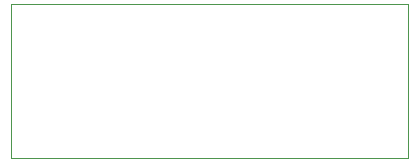
<source format=gbr>
G04 #@! TF.GenerationSoftware,KiCad,Pcbnew,5.1.12-84ad8e8a86~92~ubuntu18.04.1*
G04 #@! TF.CreationDate,2022-03-16T09:52:17+02:00*
G04 #@! TF.ProjectId,soic,736f6963-2e6b-4696-9361-645f70636258,rev?*
G04 #@! TF.SameCoordinates,Original*
G04 #@! TF.FileFunction,Profile,NP*
%FSLAX46Y46*%
G04 Gerber Fmt 4.6, Leading zero omitted, Abs format (unit mm)*
G04 Created by KiCad (PCBNEW 5.1.12-84ad8e8a86~92~ubuntu18.04.1) date 2022-03-16 09:52:17*
%MOMM*%
%LPD*%
G01*
G04 APERTURE LIST*
G04 #@! TA.AperFunction,Profile*
%ADD10C,0.100000*%
G04 #@! TD*
G04 APERTURE END LIST*
D10*
X33630000Y17942800D02*
X33630000Y4942800D01*
X-30000Y17942800D02*
X33630000Y17942800D01*
X-30000Y4942800D02*
X-30000Y17942800D01*
X33630000Y4942800D02*
X-30000Y4942800D01*
M02*

</source>
